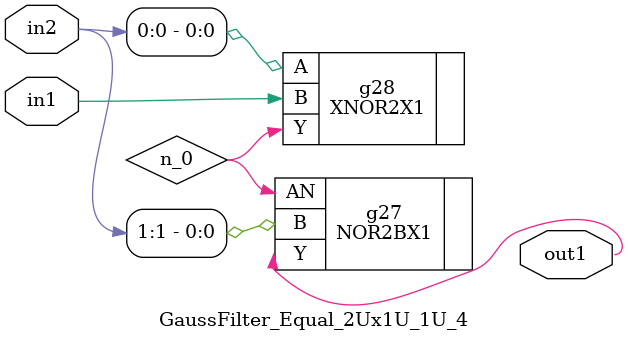
<source format=v>
`timescale 1ps / 1ps


module GaussFilter_Equal_2Ux1U_1U_4(in2, in1, out1);
  input [1:0] in2;
  input in1;
  output out1;
  wire [1:0] in2;
  wire in1;
  wire out1;
  wire n_0;
  NOR2BX1 g27(.AN (n_0), .B (in2[1]), .Y (out1));
  XNOR2X1 g28(.A (in2[0]), .B (in1), .Y (n_0));
endmodule



</source>
